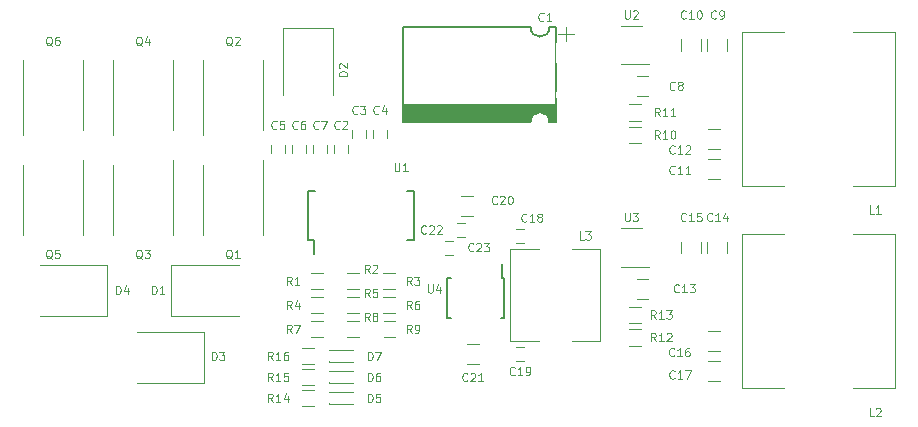
<source format=gbr>
G04 #@! TF.FileFunction,Legend,Top*
%FSLAX46Y46*%
G04 Gerber Fmt 4.6, Leading zero omitted, Abs format (unit mm)*
G04 Created by KiCad (PCBNEW 4.0.7) date Tuesday, March 06, 2018 'PMt' 12:34:16 PM*
%MOMM*%
%LPD*%
G01*
G04 APERTURE LIST*
%ADD10C,0.100000*%
%ADD11C,0.120000*%
%ADD12C,0.150000*%
%ADD13R,0.850000X0.900000*%
%ADD14R,1.100000X1.350000*%
%ADD15R,1.350000X1.100000*%
%ADD16R,2.600000X2.400000*%
%ADD17R,2.400000X2.600000*%
%ADD18R,0.900000X0.900000*%
%ADD19R,5.100000X4.600000*%
%ADD20R,0.710000X1.370000*%
%ADD21R,0.710000X1.120000*%
%ADD22R,4.010000X3.910000*%
%ADD23R,0.600000X1.000000*%
%ADD24R,0.500000X1.300000*%
%ADD25R,1.160000X0.750000*%
%ADD26R,2.005000X7.720000*%
%ADD27R,1.700000X1.700000*%
%ADD28C,1.700000*%
%ADD29R,0.900000X0.850000*%
%ADD30R,2.100000X3.100000*%
%ADD31R,0.400000X1.500000*%
%ADD32R,2.950000X1.750000*%
G04 APERTURE END LIST*
D10*
D11*
X85944000Y-105822000D02*
X85944000Y-106522000D01*
X84744000Y-106522000D02*
X84744000Y-105822000D01*
X87468000Y-104552000D02*
X87468000Y-105252000D01*
X86268000Y-105252000D02*
X86268000Y-104552000D01*
X89246000Y-104552000D02*
X89246000Y-105252000D01*
X88046000Y-105252000D02*
X88046000Y-104552000D01*
X79410000Y-106522000D02*
X79410000Y-105822000D01*
X80610000Y-105822000D02*
X80610000Y-106522000D01*
X81188000Y-106522000D02*
X81188000Y-105822000D01*
X82388000Y-105822000D02*
X82388000Y-106522000D01*
X82966000Y-106522000D02*
X82966000Y-105822000D01*
X84166000Y-105822000D02*
X84166000Y-106522000D01*
X111371000Y-99988000D02*
X110371000Y-99988000D01*
X110371000Y-101688000D02*
X111371000Y-101688000D01*
X118071000Y-97845500D02*
X118071000Y-96845500D01*
X116371000Y-96845500D02*
X116371000Y-97845500D01*
X115848500Y-97845500D02*
X115848500Y-96845500D01*
X114148500Y-96845500D02*
X114148500Y-97845500D01*
X116403500Y-108673000D02*
X117403500Y-108673000D01*
X117403500Y-106973000D02*
X116403500Y-106973000D01*
X116403500Y-106133000D02*
X117403500Y-106133000D01*
X117403500Y-104433000D02*
X116403500Y-104433000D01*
X111371000Y-117133000D02*
X110371000Y-117133000D01*
X110371000Y-118833000D02*
X111371000Y-118833000D01*
X118071000Y-114990500D02*
X118071000Y-113990500D01*
X116371000Y-113990500D02*
X116371000Y-114990500D01*
X115848500Y-114990500D02*
X115848500Y-113990500D01*
X114148500Y-113990500D02*
X114148500Y-114990500D01*
X116403500Y-123278000D02*
X117403500Y-123278000D01*
X117403500Y-121578000D02*
X116403500Y-121578000D01*
X116403500Y-125818000D02*
X117403500Y-125818000D01*
X117403500Y-124118000D02*
X116403500Y-124118000D01*
X96000000Y-124350000D02*
X97000000Y-124350000D01*
X97000000Y-122650000D02*
X96000000Y-122650000D01*
X70990000Y-115960000D02*
X70990000Y-120260000D01*
X70990000Y-120260000D02*
X76690000Y-120260000D01*
X70990000Y-115960000D02*
X76690000Y-115960000D01*
X84700000Y-95900000D02*
X80400000Y-95900000D01*
X80400000Y-95900000D02*
X80400000Y-101600000D01*
X84700000Y-95900000D02*
X84700000Y-101600000D01*
X73790000Y-125975000D02*
X73790000Y-121675000D01*
X73790000Y-121675000D02*
X68090000Y-121675000D01*
X73790000Y-125975000D02*
X68090000Y-125975000D01*
X65535000Y-120260000D02*
X65535000Y-115960000D01*
X65535000Y-115960000D02*
X59835000Y-115960000D01*
X65535000Y-120260000D02*
X59835000Y-120260000D01*
X84298000Y-124976000D02*
X84298000Y-125976000D01*
X84298000Y-125976000D02*
X86398000Y-125976000D01*
X84298000Y-124976000D02*
X86398000Y-124976000D01*
X84298000Y-123198000D02*
X84298000Y-124198000D01*
X84298000Y-124198000D02*
X86398000Y-124198000D01*
X84298000Y-123198000D02*
X86398000Y-123198000D01*
X122893500Y-96243000D02*
X119293500Y-96243000D01*
X119293500Y-96243000D02*
X119293500Y-109243000D01*
X119293500Y-109243000D02*
X122893500Y-109243000D01*
X128693500Y-96243000D02*
X132293500Y-96243000D01*
X132293500Y-96243000D02*
X132293500Y-109243000D01*
X132293500Y-109243000D02*
X128693500Y-109243000D01*
X122893500Y-113388000D02*
X119293500Y-113388000D01*
X119293500Y-113388000D02*
X119293500Y-126388000D01*
X119293500Y-126388000D02*
X122893500Y-126388000D01*
X128693500Y-113388000D02*
X132293500Y-113388000D01*
X132293500Y-113388000D02*
X132293500Y-126388000D01*
X132293500Y-126388000D02*
X128693500Y-126388000D01*
X78770000Y-107090000D02*
X78770000Y-113435000D01*
X73630000Y-107545000D02*
X73630000Y-113435000D01*
X73630000Y-105000000D02*
X73630000Y-98655000D01*
X78770000Y-104545000D02*
X78770000Y-98655000D01*
X71150000Y-107090000D02*
X71150000Y-113435000D01*
X66010000Y-107545000D02*
X66010000Y-113435000D01*
X66010000Y-105000000D02*
X66010000Y-98655000D01*
X71150000Y-104545000D02*
X71150000Y-98655000D01*
X63530000Y-107090000D02*
X63530000Y-113435000D01*
X58390000Y-107545000D02*
X58390000Y-113435000D01*
X58390000Y-105000000D02*
X58390000Y-98655000D01*
X63530000Y-104545000D02*
X63530000Y-98655000D01*
X82812000Y-116668000D02*
X83812000Y-116668000D01*
X83812000Y-118028000D02*
X82812000Y-118028000D01*
X86860000Y-118028000D02*
X85860000Y-118028000D01*
X85860000Y-116668000D02*
X86860000Y-116668000D01*
X88930000Y-116668000D02*
X89930000Y-116668000D01*
X89930000Y-118028000D02*
X88930000Y-118028000D01*
X82812000Y-118700000D02*
X83812000Y-118700000D01*
X83812000Y-120060000D02*
X82812000Y-120060000D01*
X86860000Y-120060000D02*
X85860000Y-120060000D01*
X85860000Y-118700000D02*
X86860000Y-118700000D01*
X88908000Y-118700000D02*
X89908000Y-118700000D01*
X89908000Y-120060000D02*
X88908000Y-120060000D01*
X82812000Y-120732000D02*
X83812000Y-120732000D01*
X83812000Y-122092000D02*
X82812000Y-122092000D01*
X86860000Y-122092000D02*
X85860000Y-122092000D01*
X85860000Y-120732000D02*
X86860000Y-120732000D01*
X88960000Y-120732000D02*
X89960000Y-120732000D01*
X89960000Y-122092000D02*
X88960000Y-122092000D01*
X109736000Y-104285500D02*
X110736000Y-104285500D01*
X110736000Y-105645500D02*
X109736000Y-105645500D01*
X110736000Y-103740500D02*
X109736000Y-103740500D01*
X109736000Y-102380500D02*
X110736000Y-102380500D01*
X109736000Y-121430500D02*
X110736000Y-121430500D01*
X110736000Y-122790500D02*
X109736000Y-122790500D01*
X110736000Y-120885500D02*
X109736000Y-120885500D01*
X109736000Y-119525500D02*
X110736000Y-119525500D01*
X82050000Y-126574000D02*
X83050000Y-126574000D01*
X83050000Y-127934000D02*
X82050000Y-127934000D01*
X82050000Y-124796000D02*
X83050000Y-124796000D01*
X83050000Y-126156000D02*
X82050000Y-126156000D01*
X82050000Y-123018000D02*
X83050000Y-123018000D01*
X83050000Y-124378000D02*
X82050000Y-124378000D01*
D12*
X82583500Y-113895000D02*
X83058500Y-113895000D01*
X82583500Y-109745000D02*
X83141000Y-109745000D01*
X91533500Y-109745000D02*
X90976000Y-109745000D01*
X91533500Y-113895000D02*
X90976000Y-113895000D01*
X82583500Y-113895000D02*
X82583500Y-109745000D01*
X91533500Y-113895000D02*
X91533500Y-109745000D01*
X83058500Y-113895000D02*
X83058500Y-115020000D01*
D11*
X110818500Y-95735500D02*
X109018500Y-95735500D01*
X109018500Y-98955500D02*
X111468500Y-98955500D01*
X110818500Y-112880500D02*
X109018500Y-112880500D01*
X109018500Y-116100500D02*
X111468500Y-116100500D01*
X84298000Y-126754000D02*
X84298000Y-127754000D01*
X84298000Y-127754000D02*
X86398000Y-127754000D01*
X84298000Y-126754000D02*
X86398000Y-126754000D01*
D12*
X90594000Y-102444000D02*
X103594000Y-102444000D01*
X103594000Y-102544000D02*
X90594000Y-102544000D01*
X90594000Y-103744000D02*
X101394000Y-103744000D01*
X101394000Y-103544000D02*
X90594000Y-103544000D01*
X90594000Y-103344000D02*
X101494000Y-103344000D01*
X101694000Y-103144000D02*
X90594000Y-103144000D01*
X90594000Y-102744000D02*
X103594000Y-102744000D01*
X103594000Y-102944000D02*
X90594000Y-102944000D01*
X102694000Y-103144000D02*
X103594000Y-103144000D01*
X103594000Y-103344000D02*
X102894000Y-103344000D01*
X102994000Y-103544000D02*
X103594000Y-103544000D01*
X103594000Y-103744000D02*
X102994000Y-103744000D01*
X101394000Y-103644000D02*
X90594000Y-103644000D01*
X103594000Y-103644000D02*
X102994000Y-103644000D01*
X102994000Y-103444000D02*
X103594000Y-103444000D01*
X90594000Y-103444000D02*
X101394000Y-103444000D01*
X101594000Y-103244000D02*
X90594000Y-103244000D01*
X103594000Y-103244000D02*
X102794000Y-103244000D01*
X90594000Y-103044000D02*
X103594000Y-103044000D01*
X103594000Y-102844000D02*
X90594000Y-102844000D01*
X103594000Y-102644000D02*
X90594000Y-102644000D01*
X103594000Y-95844000D02*
X103594000Y-103844000D01*
X90594000Y-95844000D02*
X101394000Y-95844000D01*
X90594000Y-103844000D02*
X90594000Y-95844000D01*
X101394000Y-103844000D02*
X90594000Y-103844000D01*
X102994000Y-103844000D02*
G75*
G03X101394000Y-103844000I-800000J0D01*
G01*
X103594000Y-103844000D02*
X102994000Y-103844000D01*
D11*
X104394000Y-95844000D02*
X104394000Y-97044000D01*
X105044000Y-96444000D02*
X103744000Y-96444000D01*
D12*
X101394000Y-95844000D02*
G75*
G03X102994000Y-95844000I800000J0D01*
G01*
X103594000Y-95844000D02*
X102994000Y-95844000D01*
D11*
X100150000Y-112900000D02*
X100850000Y-112900000D01*
X100850000Y-114100000D02*
X100150000Y-114100000D01*
X100150000Y-122900000D02*
X100850000Y-122900000D01*
X100850000Y-124100000D02*
X100150000Y-124100000D01*
X95500000Y-111850000D02*
X96500000Y-111850000D01*
X96500000Y-110150000D02*
X95500000Y-110150000D01*
X95150000Y-112400000D02*
X95850000Y-112400000D01*
X95850000Y-113600000D02*
X95150000Y-113600000D01*
X94150000Y-113900000D02*
X94850000Y-113900000D01*
X94850000Y-115100000D02*
X94150000Y-115100000D01*
X104900000Y-122400000D02*
X107300000Y-122400000D01*
X107300000Y-122400000D02*
X107300000Y-114600000D01*
X102100000Y-114600000D02*
X99700000Y-114600000D01*
X99700000Y-114600000D02*
X99700000Y-122400000D01*
X99700000Y-122400000D02*
X102100000Y-122400000D01*
X104900000Y-114600000D02*
X107300000Y-114600000D01*
D12*
X99175000Y-117075000D02*
X98950000Y-117075000D01*
X99175000Y-120425000D02*
X98875000Y-120425000D01*
X94325000Y-120425000D02*
X94625000Y-120425000D01*
X94325000Y-117075000D02*
X94625000Y-117075000D01*
X99175000Y-117075000D02*
X99175000Y-120425000D01*
X94325000Y-117075000D02*
X94325000Y-120425000D01*
X98950000Y-117075000D02*
X98950000Y-115850000D01*
D10*
X85227334Y-104390000D02*
X85194000Y-104423333D01*
X85094000Y-104456667D01*
X85027334Y-104456667D01*
X84927334Y-104423333D01*
X84860667Y-104356667D01*
X84827334Y-104290000D01*
X84794000Y-104156667D01*
X84794000Y-104056667D01*
X84827334Y-103923333D01*
X84860667Y-103856667D01*
X84927334Y-103790000D01*
X85027334Y-103756667D01*
X85094000Y-103756667D01*
X85194000Y-103790000D01*
X85227334Y-103823333D01*
X85494000Y-103823333D02*
X85527334Y-103790000D01*
X85594000Y-103756667D01*
X85760667Y-103756667D01*
X85827334Y-103790000D01*
X85860667Y-103823333D01*
X85894000Y-103890000D01*
X85894000Y-103956667D01*
X85860667Y-104056667D01*
X85460667Y-104456667D01*
X85894000Y-104456667D01*
X86751334Y-103120000D02*
X86718000Y-103153333D01*
X86618000Y-103186667D01*
X86551334Y-103186667D01*
X86451334Y-103153333D01*
X86384667Y-103086667D01*
X86351334Y-103020000D01*
X86318000Y-102886667D01*
X86318000Y-102786667D01*
X86351334Y-102653333D01*
X86384667Y-102586667D01*
X86451334Y-102520000D01*
X86551334Y-102486667D01*
X86618000Y-102486667D01*
X86718000Y-102520000D01*
X86751334Y-102553333D01*
X86984667Y-102486667D02*
X87418000Y-102486667D01*
X87184667Y-102753333D01*
X87284667Y-102753333D01*
X87351334Y-102786667D01*
X87384667Y-102820000D01*
X87418000Y-102886667D01*
X87418000Y-103053333D01*
X87384667Y-103120000D01*
X87351334Y-103153333D01*
X87284667Y-103186667D01*
X87084667Y-103186667D01*
X87018000Y-103153333D01*
X86984667Y-103120000D01*
X88529334Y-103120000D02*
X88496000Y-103153333D01*
X88396000Y-103186667D01*
X88329334Y-103186667D01*
X88229334Y-103153333D01*
X88162667Y-103086667D01*
X88129334Y-103020000D01*
X88096000Y-102886667D01*
X88096000Y-102786667D01*
X88129334Y-102653333D01*
X88162667Y-102586667D01*
X88229334Y-102520000D01*
X88329334Y-102486667D01*
X88396000Y-102486667D01*
X88496000Y-102520000D01*
X88529334Y-102553333D01*
X89129334Y-102720000D02*
X89129334Y-103186667D01*
X88962667Y-102453333D02*
X88796000Y-102953333D01*
X89229334Y-102953333D01*
X79893334Y-104390000D02*
X79860000Y-104423333D01*
X79760000Y-104456667D01*
X79693334Y-104456667D01*
X79593334Y-104423333D01*
X79526667Y-104356667D01*
X79493334Y-104290000D01*
X79460000Y-104156667D01*
X79460000Y-104056667D01*
X79493334Y-103923333D01*
X79526667Y-103856667D01*
X79593334Y-103790000D01*
X79693334Y-103756667D01*
X79760000Y-103756667D01*
X79860000Y-103790000D01*
X79893334Y-103823333D01*
X80526667Y-103756667D02*
X80193334Y-103756667D01*
X80160000Y-104090000D01*
X80193334Y-104056667D01*
X80260000Y-104023333D01*
X80426667Y-104023333D01*
X80493334Y-104056667D01*
X80526667Y-104090000D01*
X80560000Y-104156667D01*
X80560000Y-104323333D01*
X80526667Y-104390000D01*
X80493334Y-104423333D01*
X80426667Y-104456667D01*
X80260000Y-104456667D01*
X80193334Y-104423333D01*
X80160000Y-104390000D01*
X81671334Y-104390000D02*
X81638000Y-104423333D01*
X81538000Y-104456667D01*
X81471334Y-104456667D01*
X81371334Y-104423333D01*
X81304667Y-104356667D01*
X81271334Y-104290000D01*
X81238000Y-104156667D01*
X81238000Y-104056667D01*
X81271334Y-103923333D01*
X81304667Y-103856667D01*
X81371334Y-103790000D01*
X81471334Y-103756667D01*
X81538000Y-103756667D01*
X81638000Y-103790000D01*
X81671334Y-103823333D01*
X82271334Y-103756667D02*
X82138000Y-103756667D01*
X82071334Y-103790000D01*
X82038000Y-103823333D01*
X81971334Y-103923333D01*
X81938000Y-104056667D01*
X81938000Y-104323333D01*
X81971334Y-104390000D01*
X82004667Y-104423333D01*
X82071334Y-104456667D01*
X82204667Y-104456667D01*
X82271334Y-104423333D01*
X82304667Y-104390000D01*
X82338000Y-104323333D01*
X82338000Y-104156667D01*
X82304667Y-104090000D01*
X82271334Y-104056667D01*
X82204667Y-104023333D01*
X82071334Y-104023333D01*
X82004667Y-104056667D01*
X81971334Y-104090000D01*
X81938000Y-104156667D01*
X83449334Y-104390000D02*
X83416000Y-104423333D01*
X83316000Y-104456667D01*
X83249334Y-104456667D01*
X83149334Y-104423333D01*
X83082667Y-104356667D01*
X83049334Y-104290000D01*
X83016000Y-104156667D01*
X83016000Y-104056667D01*
X83049334Y-103923333D01*
X83082667Y-103856667D01*
X83149334Y-103790000D01*
X83249334Y-103756667D01*
X83316000Y-103756667D01*
X83416000Y-103790000D01*
X83449334Y-103823333D01*
X83682667Y-103756667D02*
X84149334Y-103756667D01*
X83849334Y-104456667D01*
X113611834Y-101088000D02*
X113578500Y-101121333D01*
X113478500Y-101154667D01*
X113411834Y-101154667D01*
X113311834Y-101121333D01*
X113245167Y-101054667D01*
X113211834Y-100988000D01*
X113178500Y-100854667D01*
X113178500Y-100754667D01*
X113211834Y-100621333D01*
X113245167Y-100554667D01*
X113311834Y-100488000D01*
X113411834Y-100454667D01*
X113478500Y-100454667D01*
X113578500Y-100488000D01*
X113611834Y-100521333D01*
X114011834Y-100754667D02*
X113945167Y-100721333D01*
X113911834Y-100688000D01*
X113878500Y-100621333D01*
X113878500Y-100588000D01*
X113911834Y-100521333D01*
X113945167Y-100488000D01*
X114011834Y-100454667D01*
X114145167Y-100454667D01*
X114211834Y-100488000D01*
X114245167Y-100521333D01*
X114278500Y-100588000D01*
X114278500Y-100621333D01*
X114245167Y-100688000D01*
X114211834Y-100721333D01*
X114145167Y-100754667D01*
X114011834Y-100754667D01*
X113945167Y-100788000D01*
X113911834Y-100821333D01*
X113878500Y-100888000D01*
X113878500Y-101021333D01*
X113911834Y-101088000D01*
X113945167Y-101121333D01*
X114011834Y-101154667D01*
X114145167Y-101154667D01*
X114211834Y-101121333D01*
X114245167Y-101088000D01*
X114278500Y-101021333D01*
X114278500Y-100888000D01*
X114245167Y-100821333D01*
X114211834Y-100788000D01*
X114145167Y-100754667D01*
X117104334Y-95055500D02*
X117071000Y-95088833D01*
X116971000Y-95122167D01*
X116904334Y-95122167D01*
X116804334Y-95088833D01*
X116737667Y-95022167D01*
X116704334Y-94955500D01*
X116671000Y-94822167D01*
X116671000Y-94722167D01*
X116704334Y-94588833D01*
X116737667Y-94522167D01*
X116804334Y-94455500D01*
X116904334Y-94422167D01*
X116971000Y-94422167D01*
X117071000Y-94455500D01*
X117104334Y-94488833D01*
X117437667Y-95122167D02*
X117571000Y-95122167D01*
X117637667Y-95088833D01*
X117671000Y-95055500D01*
X117737667Y-94955500D01*
X117771000Y-94822167D01*
X117771000Y-94555500D01*
X117737667Y-94488833D01*
X117704334Y-94455500D01*
X117637667Y-94422167D01*
X117504334Y-94422167D01*
X117437667Y-94455500D01*
X117404334Y-94488833D01*
X117371000Y-94555500D01*
X117371000Y-94722167D01*
X117404334Y-94788833D01*
X117437667Y-94822167D01*
X117504334Y-94855500D01*
X117637667Y-94855500D01*
X117704334Y-94822167D01*
X117737667Y-94788833D01*
X117771000Y-94722167D01*
X114548500Y-95055500D02*
X114515166Y-95088833D01*
X114415166Y-95122167D01*
X114348500Y-95122167D01*
X114248500Y-95088833D01*
X114181833Y-95022167D01*
X114148500Y-94955500D01*
X114115166Y-94822167D01*
X114115166Y-94722167D01*
X114148500Y-94588833D01*
X114181833Y-94522167D01*
X114248500Y-94455500D01*
X114348500Y-94422167D01*
X114415166Y-94422167D01*
X114515166Y-94455500D01*
X114548500Y-94488833D01*
X115215166Y-95122167D02*
X114815166Y-95122167D01*
X115015166Y-95122167D02*
X115015166Y-94422167D01*
X114948500Y-94522167D01*
X114881833Y-94588833D01*
X114815166Y-94622167D01*
X115648500Y-94422167D02*
X115715167Y-94422167D01*
X115781833Y-94455500D01*
X115815167Y-94488833D01*
X115848500Y-94555500D01*
X115881833Y-94688833D01*
X115881833Y-94855500D01*
X115848500Y-94988833D01*
X115815167Y-95055500D01*
X115781833Y-95088833D01*
X115715167Y-95122167D01*
X115648500Y-95122167D01*
X115581833Y-95088833D01*
X115548500Y-95055500D01*
X115515167Y-94988833D01*
X115481833Y-94855500D01*
X115481833Y-94688833D01*
X115515167Y-94555500D01*
X115548500Y-94488833D01*
X115581833Y-94455500D01*
X115648500Y-94422167D01*
X113596000Y-108200000D02*
X113562666Y-108233333D01*
X113462666Y-108266667D01*
X113396000Y-108266667D01*
X113296000Y-108233333D01*
X113229333Y-108166667D01*
X113196000Y-108100000D01*
X113162666Y-107966667D01*
X113162666Y-107866667D01*
X113196000Y-107733333D01*
X113229333Y-107666667D01*
X113296000Y-107600000D01*
X113396000Y-107566667D01*
X113462666Y-107566667D01*
X113562666Y-107600000D01*
X113596000Y-107633333D01*
X114262666Y-108266667D02*
X113862666Y-108266667D01*
X114062666Y-108266667D02*
X114062666Y-107566667D01*
X113996000Y-107666667D01*
X113929333Y-107733333D01*
X113862666Y-107766667D01*
X114929333Y-108266667D02*
X114529333Y-108266667D01*
X114729333Y-108266667D02*
X114729333Y-107566667D01*
X114662667Y-107666667D01*
X114596000Y-107733333D01*
X114529333Y-107766667D01*
X113596000Y-106485500D02*
X113562666Y-106518833D01*
X113462666Y-106552167D01*
X113396000Y-106552167D01*
X113296000Y-106518833D01*
X113229333Y-106452167D01*
X113196000Y-106385500D01*
X113162666Y-106252167D01*
X113162666Y-106152167D01*
X113196000Y-106018833D01*
X113229333Y-105952167D01*
X113296000Y-105885500D01*
X113396000Y-105852167D01*
X113462666Y-105852167D01*
X113562666Y-105885500D01*
X113596000Y-105918833D01*
X114262666Y-106552167D02*
X113862666Y-106552167D01*
X114062666Y-106552167D02*
X114062666Y-105852167D01*
X113996000Y-105952167D01*
X113929333Y-106018833D01*
X113862666Y-106052167D01*
X114529333Y-105918833D02*
X114562667Y-105885500D01*
X114629333Y-105852167D01*
X114796000Y-105852167D01*
X114862667Y-105885500D01*
X114896000Y-105918833D01*
X114929333Y-105985500D01*
X114929333Y-106052167D01*
X114896000Y-106152167D01*
X114496000Y-106552167D01*
X114929333Y-106552167D01*
X113961000Y-118233000D02*
X113927666Y-118266333D01*
X113827666Y-118299667D01*
X113761000Y-118299667D01*
X113661000Y-118266333D01*
X113594333Y-118199667D01*
X113561000Y-118133000D01*
X113527666Y-117999667D01*
X113527666Y-117899667D01*
X113561000Y-117766333D01*
X113594333Y-117699667D01*
X113661000Y-117633000D01*
X113761000Y-117599667D01*
X113827666Y-117599667D01*
X113927666Y-117633000D01*
X113961000Y-117666333D01*
X114627666Y-118299667D02*
X114227666Y-118299667D01*
X114427666Y-118299667D02*
X114427666Y-117599667D01*
X114361000Y-117699667D01*
X114294333Y-117766333D01*
X114227666Y-117799667D01*
X114861000Y-117599667D02*
X115294333Y-117599667D01*
X115061000Y-117866333D01*
X115161000Y-117866333D01*
X115227667Y-117899667D01*
X115261000Y-117933000D01*
X115294333Y-117999667D01*
X115294333Y-118166333D01*
X115261000Y-118233000D01*
X115227667Y-118266333D01*
X115161000Y-118299667D01*
X114961000Y-118299667D01*
X114894333Y-118266333D01*
X114861000Y-118233000D01*
X116771000Y-112200500D02*
X116737666Y-112233833D01*
X116637666Y-112267167D01*
X116571000Y-112267167D01*
X116471000Y-112233833D01*
X116404333Y-112167167D01*
X116371000Y-112100500D01*
X116337666Y-111967167D01*
X116337666Y-111867167D01*
X116371000Y-111733833D01*
X116404333Y-111667167D01*
X116471000Y-111600500D01*
X116571000Y-111567167D01*
X116637666Y-111567167D01*
X116737666Y-111600500D01*
X116771000Y-111633833D01*
X117437666Y-112267167D02*
X117037666Y-112267167D01*
X117237666Y-112267167D02*
X117237666Y-111567167D01*
X117171000Y-111667167D01*
X117104333Y-111733833D01*
X117037666Y-111767167D01*
X118037667Y-111800500D02*
X118037667Y-112267167D01*
X117871000Y-111533833D02*
X117704333Y-112033833D01*
X118137667Y-112033833D01*
X114548500Y-112200500D02*
X114515166Y-112233833D01*
X114415166Y-112267167D01*
X114348500Y-112267167D01*
X114248500Y-112233833D01*
X114181833Y-112167167D01*
X114148500Y-112100500D01*
X114115166Y-111967167D01*
X114115166Y-111867167D01*
X114148500Y-111733833D01*
X114181833Y-111667167D01*
X114248500Y-111600500D01*
X114348500Y-111567167D01*
X114415166Y-111567167D01*
X114515166Y-111600500D01*
X114548500Y-111633833D01*
X115215166Y-112267167D02*
X114815166Y-112267167D01*
X115015166Y-112267167D02*
X115015166Y-111567167D01*
X114948500Y-111667167D01*
X114881833Y-111733833D01*
X114815166Y-111767167D01*
X115848500Y-111567167D02*
X115515167Y-111567167D01*
X115481833Y-111900500D01*
X115515167Y-111867167D01*
X115581833Y-111833833D01*
X115748500Y-111833833D01*
X115815167Y-111867167D01*
X115848500Y-111900500D01*
X115881833Y-111967167D01*
X115881833Y-112133833D01*
X115848500Y-112200500D01*
X115815167Y-112233833D01*
X115748500Y-112267167D01*
X115581833Y-112267167D01*
X115515167Y-112233833D01*
X115481833Y-112200500D01*
X113548500Y-123630500D02*
X113515166Y-123663833D01*
X113415166Y-123697167D01*
X113348500Y-123697167D01*
X113248500Y-123663833D01*
X113181833Y-123597167D01*
X113148500Y-123530500D01*
X113115166Y-123397167D01*
X113115166Y-123297167D01*
X113148500Y-123163833D01*
X113181833Y-123097167D01*
X113248500Y-123030500D01*
X113348500Y-122997167D01*
X113415166Y-122997167D01*
X113515166Y-123030500D01*
X113548500Y-123063833D01*
X114215166Y-123697167D02*
X113815166Y-123697167D01*
X114015166Y-123697167D02*
X114015166Y-122997167D01*
X113948500Y-123097167D01*
X113881833Y-123163833D01*
X113815166Y-123197167D01*
X114815167Y-122997167D02*
X114681833Y-122997167D01*
X114615167Y-123030500D01*
X114581833Y-123063833D01*
X114515167Y-123163833D01*
X114481833Y-123297167D01*
X114481833Y-123563833D01*
X114515167Y-123630500D01*
X114548500Y-123663833D01*
X114615167Y-123697167D01*
X114748500Y-123697167D01*
X114815167Y-123663833D01*
X114848500Y-123630500D01*
X114881833Y-123563833D01*
X114881833Y-123397167D01*
X114848500Y-123330500D01*
X114815167Y-123297167D01*
X114748500Y-123263833D01*
X114615167Y-123263833D01*
X114548500Y-123297167D01*
X114515167Y-123330500D01*
X114481833Y-123397167D01*
X113596000Y-125535500D02*
X113562666Y-125568833D01*
X113462666Y-125602167D01*
X113396000Y-125602167D01*
X113296000Y-125568833D01*
X113229333Y-125502167D01*
X113196000Y-125435500D01*
X113162666Y-125302167D01*
X113162666Y-125202167D01*
X113196000Y-125068833D01*
X113229333Y-125002167D01*
X113296000Y-124935500D01*
X113396000Y-124902167D01*
X113462666Y-124902167D01*
X113562666Y-124935500D01*
X113596000Y-124968833D01*
X114262666Y-125602167D02*
X113862666Y-125602167D01*
X114062666Y-125602167D02*
X114062666Y-124902167D01*
X113996000Y-125002167D01*
X113929333Y-125068833D01*
X113862666Y-125102167D01*
X114496000Y-124902167D02*
X114962667Y-124902167D01*
X114662667Y-125602167D01*
X96050000Y-125750000D02*
X96016666Y-125783333D01*
X95916666Y-125816667D01*
X95850000Y-125816667D01*
X95750000Y-125783333D01*
X95683333Y-125716667D01*
X95650000Y-125650000D01*
X95616666Y-125516667D01*
X95616666Y-125416667D01*
X95650000Y-125283333D01*
X95683333Y-125216667D01*
X95750000Y-125150000D01*
X95850000Y-125116667D01*
X95916666Y-125116667D01*
X96016666Y-125150000D01*
X96050000Y-125183333D01*
X96316666Y-125183333D02*
X96350000Y-125150000D01*
X96416666Y-125116667D01*
X96583333Y-125116667D01*
X96650000Y-125150000D01*
X96683333Y-125183333D01*
X96716666Y-125250000D01*
X96716666Y-125316667D01*
X96683333Y-125416667D01*
X96283333Y-125816667D01*
X96716666Y-125816667D01*
X97383333Y-125816667D02*
X96983333Y-125816667D01*
X97183333Y-125816667D02*
X97183333Y-125116667D01*
X97116667Y-125216667D01*
X97050000Y-125283333D01*
X96983333Y-125316667D01*
X69333334Y-118426667D02*
X69333334Y-117726667D01*
X69500000Y-117726667D01*
X69600000Y-117760000D01*
X69666667Y-117826667D01*
X69700000Y-117893333D01*
X69733334Y-118026667D01*
X69733334Y-118126667D01*
X69700000Y-118260000D01*
X69666667Y-118326667D01*
X69600000Y-118393333D01*
X69500000Y-118426667D01*
X69333334Y-118426667D01*
X70400000Y-118426667D02*
X70000000Y-118426667D01*
X70200000Y-118426667D02*
X70200000Y-117726667D01*
X70133334Y-117826667D01*
X70066667Y-117893333D01*
X70000000Y-117926667D01*
X85866667Y-99966666D02*
X85166667Y-99966666D01*
X85166667Y-99800000D01*
X85200000Y-99700000D01*
X85266667Y-99633333D01*
X85333333Y-99600000D01*
X85466667Y-99566666D01*
X85566667Y-99566666D01*
X85700000Y-99600000D01*
X85766667Y-99633333D01*
X85833333Y-99700000D01*
X85866667Y-99800000D01*
X85866667Y-99966666D01*
X85233333Y-99300000D02*
X85200000Y-99266666D01*
X85166667Y-99200000D01*
X85166667Y-99033333D01*
X85200000Y-98966666D01*
X85233333Y-98933333D01*
X85300000Y-98900000D01*
X85366667Y-98900000D01*
X85466667Y-98933333D01*
X85866667Y-99333333D01*
X85866667Y-98900000D01*
X74413334Y-124014667D02*
X74413334Y-123314667D01*
X74580000Y-123314667D01*
X74680000Y-123348000D01*
X74746667Y-123414667D01*
X74780000Y-123481333D01*
X74813334Y-123614667D01*
X74813334Y-123714667D01*
X74780000Y-123848000D01*
X74746667Y-123914667D01*
X74680000Y-123981333D01*
X74580000Y-124014667D01*
X74413334Y-124014667D01*
X75046667Y-123314667D02*
X75480000Y-123314667D01*
X75246667Y-123581333D01*
X75346667Y-123581333D01*
X75413334Y-123614667D01*
X75446667Y-123648000D01*
X75480000Y-123714667D01*
X75480000Y-123881333D01*
X75446667Y-123948000D01*
X75413334Y-123981333D01*
X75346667Y-124014667D01*
X75146667Y-124014667D01*
X75080000Y-123981333D01*
X75046667Y-123948000D01*
X66285334Y-118426667D02*
X66285334Y-117726667D01*
X66452000Y-117726667D01*
X66552000Y-117760000D01*
X66618667Y-117826667D01*
X66652000Y-117893333D01*
X66685334Y-118026667D01*
X66685334Y-118126667D01*
X66652000Y-118260000D01*
X66618667Y-118326667D01*
X66552000Y-118393333D01*
X66452000Y-118426667D01*
X66285334Y-118426667D01*
X67285334Y-117960000D02*
X67285334Y-118426667D01*
X67118667Y-117693333D02*
X66952000Y-118193333D01*
X67385334Y-118193333D01*
X87621334Y-125792667D02*
X87621334Y-125092667D01*
X87788000Y-125092667D01*
X87888000Y-125126000D01*
X87954667Y-125192667D01*
X87988000Y-125259333D01*
X88021334Y-125392667D01*
X88021334Y-125492667D01*
X87988000Y-125626000D01*
X87954667Y-125692667D01*
X87888000Y-125759333D01*
X87788000Y-125792667D01*
X87621334Y-125792667D01*
X88621334Y-125092667D02*
X88488000Y-125092667D01*
X88421334Y-125126000D01*
X88388000Y-125159333D01*
X88321334Y-125259333D01*
X88288000Y-125392667D01*
X88288000Y-125659333D01*
X88321334Y-125726000D01*
X88354667Y-125759333D01*
X88421334Y-125792667D01*
X88554667Y-125792667D01*
X88621334Y-125759333D01*
X88654667Y-125726000D01*
X88688000Y-125659333D01*
X88688000Y-125492667D01*
X88654667Y-125426000D01*
X88621334Y-125392667D01*
X88554667Y-125359333D01*
X88421334Y-125359333D01*
X88354667Y-125392667D01*
X88321334Y-125426000D01*
X88288000Y-125492667D01*
X87621334Y-124014667D02*
X87621334Y-123314667D01*
X87788000Y-123314667D01*
X87888000Y-123348000D01*
X87954667Y-123414667D01*
X87988000Y-123481333D01*
X88021334Y-123614667D01*
X88021334Y-123714667D01*
X87988000Y-123848000D01*
X87954667Y-123914667D01*
X87888000Y-123981333D01*
X87788000Y-124014667D01*
X87621334Y-124014667D01*
X88254667Y-123314667D02*
X88721334Y-123314667D01*
X88421334Y-124014667D01*
X130439333Y-111632167D02*
X130106000Y-111632167D01*
X130106000Y-110932167D01*
X131039333Y-111632167D02*
X130639333Y-111632167D01*
X130839333Y-111632167D02*
X130839333Y-110932167D01*
X130772667Y-111032167D01*
X130706000Y-111098833D01*
X130639333Y-111132167D01*
X130439333Y-128777167D02*
X130106000Y-128777167D01*
X130106000Y-128077167D01*
X130639333Y-128143833D02*
X130672667Y-128110500D01*
X130739333Y-128077167D01*
X130906000Y-128077167D01*
X130972667Y-128110500D01*
X131006000Y-128143833D01*
X131039333Y-128210500D01*
X131039333Y-128277167D01*
X131006000Y-128377167D01*
X130606000Y-128777167D01*
X131039333Y-128777167D01*
X76133333Y-115445333D02*
X76066667Y-115412000D01*
X76000000Y-115345333D01*
X75900000Y-115245333D01*
X75833333Y-115212000D01*
X75766667Y-115212000D01*
X75800000Y-115378667D02*
X75733333Y-115345333D01*
X75666667Y-115278667D01*
X75633333Y-115145333D01*
X75633333Y-114912000D01*
X75666667Y-114778667D01*
X75733333Y-114712000D01*
X75800000Y-114678667D01*
X75933333Y-114678667D01*
X76000000Y-114712000D01*
X76066667Y-114778667D01*
X76100000Y-114912000D01*
X76100000Y-115145333D01*
X76066667Y-115278667D01*
X76000000Y-115345333D01*
X75933333Y-115378667D01*
X75800000Y-115378667D01*
X76766666Y-115378667D02*
X76366666Y-115378667D01*
X76566666Y-115378667D02*
X76566666Y-114678667D01*
X76500000Y-114778667D01*
X76433333Y-114845333D01*
X76366666Y-114878667D01*
X76133333Y-97411333D02*
X76066667Y-97378000D01*
X76000000Y-97311333D01*
X75900000Y-97211333D01*
X75833333Y-97178000D01*
X75766667Y-97178000D01*
X75800000Y-97344667D02*
X75733333Y-97311333D01*
X75666667Y-97244667D01*
X75633333Y-97111333D01*
X75633333Y-96878000D01*
X75666667Y-96744667D01*
X75733333Y-96678000D01*
X75800000Y-96644667D01*
X75933333Y-96644667D01*
X76000000Y-96678000D01*
X76066667Y-96744667D01*
X76100000Y-96878000D01*
X76100000Y-97111333D01*
X76066667Y-97244667D01*
X76000000Y-97311333D01*
X75933333Y-97344667D01*
X75800000Y-97344667D01*
X76366666Y-96711333D02*
X76400000Y-96678000D01*
X76466666Y-96644667D01*
X76633333Y-96644667D01*
X76700000Y-96678000D01*
X76733333Y-96711333D01*
X76766666Y-96778000D01*
X76766666Y-96844667D01*
X76733333Y-96944667D01*
X76333333Y-97344667D01*
X76766666Y-97344667D01*
X68513333Y-115445333D02*
X68446667Y-115412000D01*
X68380000Y-115345333D01*
X68280000Y-115245333D01*
X68213333Y-115212000D01*
X68146667Y-115212000D01*
X68180000Y-115378667D02*
X68113333Y-115345333D01*
X68046667Y-115278667D01*
X68013333Y-115145333D01*
X68013333Y-114912000D01*
X68046667Y-114778667D01*
X68113333Y-114712000D01*
X68180000Y-114678667D01*
X68313333Y-114678667D01*
X68380000Y-114712000D01*
X68446667Y-114778667D01*
X68480000Y-114912000D01*
X68480000Y-115145333D01*
X68446667Y-115278667D01*
X68380000Y-115345333D01*
X68313333Y-115378667D01*
X68180000Y-115378667D01*
X68713333Y-114678667D02*
X69146666Y-114678667D01*
X68913333Y-114945333D01*
X69013333Y-114945333D01*
X69080000Y-114978667D01*
X69113333Y-115012000D01*
X69146666Y-115078667D01*
X69146666Y-115245333D01*
X69113333Y-115312000D01*
X69080000Y-115345333D01*
X69013333Y-115378667D01*
X68813333Y-115378667D01*
X68746666Y-115345333D01*
X68713333Y-115312000D01*
X68513333Y-97411333D02*
X68446667Y-97378000D01*
X68380000Y-97311333D01*
X68280000Y-97211333D01*
X68213333Y-97178000D01*
X68146667Y-97178000D01*
X68180000Y-97344667D02*
X68113333Y-97311333D01*
X68046667Y-97244667D01*
X68013333Y-97111333D01*
X68013333Y-96878000D01*
X68046667Y-96744667D01*
X68113333Y-96678000D01*
X68180000Y-96644667D01*
X68313333Y-96644667D01*
X68380000Y-96678000D01*
X68446667Y-96744667D01*
X68480000Y-96878000D01*
X68480000Y-97111333D01*
X68446667Y-97244667D01*
X68380000Y-97311333D01*
X68313333Y-97344667D01*
X68180000Y-97344667D01*
X69080000Y-96878000D02*
X69080000Y-97344667D01*
X68913333Y-96611333D02*
X68746666Y-97111333D01*
X69180000Y-97111333D01*
X60893333Y-115445333D02*
X60826667Y-115412000D01*
X60760000Y-115345333D01*
X60660000Y-115245333D01*
X60593333Y-115212000D01*
X60526667Y-115212000D01*
X60560000Y-115378667D02*
X60493333Y-115345333D01*
X60426667Y-115278667D01*
X60393333Y-115145333D01*
X60393333Y-114912000D01*
X60426667Y-114778667D01*
X60493333Y-114712000D01*
X60560000Y-114678667D01*
X60693333Y-114678667D01*
X60760000Y-114712000D01*
X60826667Y-114778667D01*
X60860000Y-114912000D01*
X60860000Y-115145333D01*
X60826667Y-115278667D01*
X60760000Y-115345333D01*
X60693333Y-115378667D01*
X60560000Y-115378667D01*
X61493333Y-114678667D02*
X61160000Y-114678667D01*
X61126666Y-115012000D01*
X61160000Y-114978667D01*
X61226666Y-114945333D01*
X61393333Y-114945333D01*
X61460000Y-114978667D01*
X61493333Y-115012000D01*
X61526666Y-115078667D01*
X61526666Y-115245333D01*
X61493333Y-115312000D01*
X61460000Y-115345333D01*
X61393333Y-115378667D01*
X61226666Y-115378667D01*
X61160000Y-115345333D01*
X61126666Y-115312000D01*
X60893333Y-97411333D02*
X60826667Y-97378000D01*
X60760000Y-97311333D01*
X60660000Y-97211333D01*
X60593333Y-97178000D01*
X60526667Y-97178000D01*
X60560000Y-97344667D02*
X60493333Y-97311333D01*
X60426667Y-97244667D01*
X60393333Y-97111333D01*
X60393333Y-96878000D01*
X60426667Y-96744667D01*
X60493333Y-96678000D01*
X60560000Y-96644667D01*
X60693333Y-96644667D01*
X60760000Y-96678000D01*
X60826667Y-96744667D01*
X60860000Y-96878000D01*
X60860000Y-97111333D01*
X60826667Y-97244667D01*
X60760000Y-97311333D01*
X60693333Y-97344667D01*
X60560000Y-97344667D01*
X61460000Y-96644667D02*
X61326666Y-96644667D01*
X61260000Y-96678000D01*
X61226666Y-96711333D01*
X61160000Y-96811333D01*
X61126666Y-96944667D01*
X61126666Y-97211333D01*
X61160000Y-97278000D01*
X61193333Y-97311333D01*
X61260000Y-97344667D01*
X61393333Y-97344667D01*
X61460000Y-97311333D01*
X61493333Y-97278000D01*
X61526666Y-97211333D01*
X61526666Y-97044667D01*
X61493333Y-96978000D01*
X61460000Y-96944667D01*
X61393333Y-96911333D01*
X61260000Y-96911333D01*
X61193333Y-96944667D01*
X61160000Y-96978000D01*
X61126666Y-97044667D01*
X81163334Y-117664667D02*
X80930000Y-117331333D01*
X80763334Y-117664667D02*
X80763334Y-116964667D01*
X81030000Y-116964667D01*
X81096667Y-116998000D01*
X81130000Y-117031333D01*
X81163334Y-117098000D01*
X81163334Y-117198000D01*
X81130000Y-117264667D01*
X81096667Y-117298000D01*
X81030000Y-117331333D01*
X80763334Y-117331333D01*
X81830000Y-117664667D02*
X81430000Y-117664667D01*
X81630000Y-117664667D02*
X81630000Y-116964667D01*
X81563334Y-117064667D01*
X81496667Y-117131333D01*
X81430000Y-117164667D01*
X87767334Y-116648667D02*
X87534000Y-116315333D01*
X87367334Y-116648667D02*
X87367334Y-115948667D01*
X87634000Y-115948667D01*
X87700667Y-115982000D01*
X87734000Y-116015333D01*
X87767334Y-116082000D01*
X87767334Y-116182000D01*
X87734000Y-116248667D01*
X87700667Y-116282000D01*
X87634000Y-116315333D01*
X87367334Y-116315333D01*
X88034000Y-116015333D02*
X88067334Y-115982000D01*
X88134000Y-115948667D01*
X88300667Y-115948667D01*
X88367334Y-115982000D01*
X88400667Y-116015333D01*
X88434000Y-116082000D01*
X88434000Y-116148667D01*
X88400667Y-116248667D01*
X88000667Y-116648667D01*
X88434000Y-116648667D01*
X91323334Y-117664667D02*
X91090000Y-117331333D01*
X90923334Y-117664667D02*
X90923334Y-116964667D01*
X91190000Y-116964667D01*
X91256667Y-116998000D01*
X91290000Y-117031333D01*
X91323334Y-117098000D01*
X91323334Y-117198000D01*
X91290000Y-117264667D01*
X91256667Y-117298000D01*
X91190000Y-117331333D01*
X90923334Y-117331333D01*
X91556667Y-116964667D02*
X91990000Y-116964667D01*
X91756667Y-117231333D01*
X91856667Y-117231333D01*
X91923334Y-117264667D01*
X91956667Y-117298000D01*
X91990000Y-117364667D01*
X91990000Y-117531333D01*
X91956667Y-117598000D01*
X91923334Y-117631333D01*
X91856667Y-117664667D01*
X91656667Y-117664667D01*
X91590000Y-117631333D01*
X91556667Y-117598000D01*
X81163334Y-119696667D02*
X80930000Y-119363333D01*
X80763334Y-119696667D02*
X80763334Y-118996667D01*
X81030000Y-118996667D01*
X81096667Y-119030000D01*
X81130000Y-119063333D01*
X81163334Y-119130000D01*
X81163334Y-119230000D01*
X81130000Y-119296667D01*
X81096667Y-119330000D01*
X81030000Y-119363333D01*
X80763334Y-119363333D01*
X81763334Y-119230000D02*
X81763334Y-119696667D01*
X81596667Y-118963333D02*
X81430000Y-119463333D01*
X81863334Y-119463333D01*
X87767334Y-118680667D02*
X87534000Y-118347333D01*
X87367334Y-118680667D02*
X87367334Y-117980667D01*
X87634000Y-117980667D01*
X87700667Y-118014000D01*
X87734000Y-118047333D01*
X87767334Y-118114000D01*
X87767334Y-118214000D01*
X87734000Y-118280667D01*
X87700667Y-118314000D01*
X87634000Y-118347333D01*
X87367334Y-118347333D01*
X88400667Y-117980667D02*
X88067334Y-117980667D01*
X88034000Y-118314000D01*
X88067334Y-118280667D01*
X88134000Y-118247333D01*
X88300667Y-118247333D01*
X88367334Y-118280667D01*
X88400667Y-118314000D01*
X88434000Y-118380667D01*
X88434000Y-118547333D01*
X88400667Y-118614000D01*
X88367334Y-118647333D01*
X88300667Y-118680667D01*
X88134000Y-118680667D01*
X88067334Y-118647333D01*
X88034000Y-118614000D01*
X91323334Y-119696667D02*
X91090000Y-119363333D01*
X90923334Y-119696667D02*
X90923334Y-118996667D01*
X91190000Y-118996667D01*
X91256667Y-119030000D01*
X91290000Y-119063333D01*
X91323334Y-119130000D01*
X91323334Y-119230000D01*
X91290000Y-119296667D01*
X91256667Y-119330000D01*
X91190000Y-119363333D01*
X90923334Y-119363333D01*
X91923334Y-118996667D02*
X91790000Y-118996667D01*
X91723334Y-119030000D01*
X91690000Y-119063333D01*
X91623334Y-119163333D01*
X91590000Y-119296667D01*
X91590000Y-119563333D01*
X91623334Y-119630000D01*
X91656667Y-119663333D01*
X91723334Y-119696667D01*
X91856667Y-119696667D01*
X91923334Y-119663333D01*
X91956667Y-119630000D01*
X91990000Y-119563333D01*
X91990000Y-119396667D01*
X91956667Y-119330000D01*
X91923334Y-119296667D01*
X91856667Y-119263333D01*
X91723334Y-119263333D01*
X91656667Y-119296667D01*
X91623334Y-119330000D01*
X91590000Y-119396667D01*
X81163334Y-121728667D02*
X80930000Y-121395333D01*
X80763334Y-121728667D02*
X80763334Y-121028667D01*
X81030000Y-121028667D01*
X81096667Y-121062000D01*
X81130000Y-121095333D01*
X81163334Y-121162000D01*
X81163334Y-121262000D01*
X81130000Y-121328667D01*
X81096667Y-121362000D01*
X81030000Y-121395333D01*
X80763334Y-121395333D01*
X81396667Y-121028667D02*
X81863334Y-121028667D01*
X81563334Y-121728667D01*
X87767334Y-120712667D02*
X87534000Y-120379333D01*
X87367334Y-120712667D02*
X87367334Y-120012667D01*
X87634000Y-120012667D01*
X87700667Y-120046000D01*
X87734000Y-120079333D01*
X87767334Y-120146000D01*
X87767334Y-120246000D01*
X87734000Y-120312667D01*
X87700667Y-120346000D01*
X87634000Y-120379333D01*
X87367334Y-120379333D01*
X88167334Y-120312667D02*
X88100667Y-120279333D01*
X88067334Y-120246000D01*
X88034000Y-120179333D01*
X88034000Y-120146000D01*
X88067334Y-120079333D01*
X88100667Y-120046000D01*
X88167334Y-120012667D01*
X88300667Y-120012667D01*
X88367334Y-120046000D01*
X88400667Y-120079333D01*
X88434000Y-120146000D01*
X88434000Y-120179333D01*
X88400667Y-120246000D01*
X88367334Y-120279333D01*
X88300667Y-120312667D01*
X88167334Y-120312667D01*
X88100667Y-120346000D01*
X88067334Y-120379333D01*
X88034000Y-120446000D01*
X88034000Y-120579333D01*
X88067334Y-120646000D01*
X88100667Y-120679333D01*
X88167334Y-120712667D01*
X88300667Y-120712667D01*
X88367334Y-120679333D01*
X88400667Y-120646000D01*
X88434000Y-120579333D01*
X88434000Y-120446000D01*
X88400667Y-120379333D01*
X88367334Y-120346000D01*
X88300667Y-120312667D01*
X91323334Y-121728667D02*
X91090000Y-121395333D01*
X90923334Y-121728667D02*
X90923334Y-121028667D01*
X91190000Y-121028667D01*
X91256667Y-121062000D01*
X91290000Y-121095333D01*
X91323334Y-121162000D01*
X91323334Y-121262000D01*
X91290000Y-121328667D01*
X91256667Y-121362000D01*
X91190000Y-121395333D01*
X90923334Y-121395333D01*
X91656667Y-121728667D02*
X91790000Y-121728667D01*
X91856667Y-121695333D01*
X91890000Y-121662000D01*
X91956667Y-121562000D01*
X91990000Y-121428667D01*
X91990000Y-121162000D01*
X91956667Y-121095333D01*
X91923334Y-121062000D01*
X91856667Y-121028667D01*
X91723334Y-121028667D01*
X91656667Y-121062000D01*
X91623334Y-121095333D01*
X91590000Y-121162000D01*
X91590000Y-121328667D01*
X91623334Y-121395333D01*
X91656667Y-121428667D01*
X91723334Y-121462000D01*
X91856667Y-121462000D01*
X91923334Y-121428667D01*
X91956667Y-121395333D01*
X91990000Y-121328667D01*
X112326000Y-105282167D02*
X112092666Y-104948833D01*
X111926000Y-105282167D02*
X111926000Y-104582167D01*
X112192666Y-104582167D01*
X112259333Y-104615500D01*
X112292666Y-104648833D01*
X112326000Y-104715500D01*
X112326000Y-104815500D01*
X112292666Y-104882167D01*
X112259333Y-104915500D01*
X112192666Y-104948833D01*
X111926000Y-104948833D01*
X112992666Y-105282167D02*
X112592666Y-105282167D01*
X112792666Y-105282167D02*
X112792666Y-104582167D01*
X112726000Y-104682167D01*
X112659333Y-104748833D01*
X112592666Y-104782167D01*
X113426000Y-104582167D02*
X113492667Y-104582167D01*
X113559333Y-104615500D01*
X113592667Y-104648833D01*
X113626000Y-104715500D01*
X113659333Y-104848833D01*
X113659333Y-105015500D01*
X113626000Y-105148833D01*
X113592667Y-105215500D01*
X113559333Y-105248833D01*
X113492667Y-105282167D01*
X113426000Y-105282167D01*
X113359333Y-105248833D01*
X113326000Y-105215500D01*
X113292667Y-105148833D01*
X113259333Y-105015500D01*
X113259333Y-104848833D01*
X113292667Y-104715500D01*
X113326000Y-104648833D01*
X113359333Y-104615500D01*
X113426000Y-104582167D01*
X112326000Y-103377167D02*
X112092666Y-103043833D01*
X111926000Y-103377167D02*
X111926000Y-102677167D01*
X112192666Y-102677167D01*
X112259333Y-102710500D01*
X112292666Y-102743833D01*
X112326000Y-102810500D01*
X112326000Y-102910500D01*
X112292666Y-102977167D01*
X112259333Y-103010500D01*
X112192666Y-103043833D01*
X111926000Y-103043833D01*
X112992666Y-103377167D02*
X112592666Y-103377167D01*
X112792666Y-103377167D02*
X112792666Y-102677167D01*
X112726000Y-102777167D01*
X112659333Y-102843833D01*
X112592666Y-102877167D01*
X113659333Y-103377167D02*
X113259333Y-103377167D01*
X113459333Y-103377167D02*
X113459333Y-102677167D01*
X113392667Y-102777167D01*
X113326000Y-102843833D01*
X113259333Y-102877167D01*
X112008500Y-122427167D02*
X111775166Y-122093833D01*
X111608500Y-122427167D02*
X111608500Y-121727167D01*
X111875166Y-121727167D01*
X111941833Y-121760500D01*
X111975166Y-121793833D01*
X112008500Y-121860500D01*
X112008500Y-121960500D01*
X111975166Y-122027167D01*
X111941833Y-122060500D01*
X111875166Y-122093833D01*
X111608500Y-122093833D01*
X112675166Y-122427167D02*
X112275166Y-122427167D01*
X112475166Y-122427167D02*
X112475166Y-121727167D01*
X112408500Y-121827167D01*
X112341833Y-121893833D01*
X112275166Y-121927167D01*
X112941833Y-121793833D02*
X112975167Y-121760500D01*
X113041833Y-121727167D01*
X113208500Y-121727167D01*
X113275167Y-121760500D01*
X113308500Y-121793833D01*
X113341833Y-121860500D01*
X113341833Y-121927167D01*
X113308500Y-122027167D01*
X112908500Y-122427167D01*
X113341833Y-122427167D01*
X112008500Y-120522167D02*
X111775166Y-120188833D01*
X111608500Y-120522167D02*
X111608500Y-119822167D01*
X111875166Y-119822167D01*
X111941833Y-119855500D01*
X111975166Y-119888833D01*
X112008500Y-119955500D01*
X112008500Y-120055500D01*
X111975166Y-120122167D01*
X111941833Y-120155500D01*
X111875166Y-120188833D01*
X111608500Y-120188833D01*
X112675166Y-120522167D02*
X112275166Y-120522167D01*
X112475166Y-120522167D02*
X112475166Y-119822167D01*
X112408500Y-119922167D01*
X112341833Y-119988833D01*
X112275166Y-120022167D01*
X112908500Y-119822167D02*
X113341833Y-119822167D01*
X113108500Y-120088833D01*
X113208500Y-120088833D01*
X113275167Y-120122167D01*
X113308500Y-120155500D01*
X113341833Y-120222167D01*
X113341833Y-120388833D01*
X113308500Y-120455500D01*
X113275167Y-120488833D01*
X113208500Y-120522167D01*
X113008500Y-120522167D01*
X112941833Y-120488833D01*
X112908500Y-120455500D01*
X79560000Y-127570667D02*
X79326666Y-127237333D01*
X79160000Y-127570667D02*
X79160000Y-126870667D01*
X79426666Y-126870667D01*
X79493333Y-126904000D01*
X79526666Y-126937333D01*
X79560000Y-127004000D01*
X79560000Y-127104000D01*
X79526666Y-127170667D01*
X79493333Y-127204000D01*
X79426666Y-127237333D01*
X79160000Y-127237333D01*
X80226666Y-127570667D02*
X79826666Y-127570667D01*
X80026666Y-127570667D02*
X80026666Y-126870667D01*
X79960000Y-126970667D01*
X79893333Y-127037333D01*
X79826666Y-127070667D01*
X80826667Y-127104000D02*
X80826667Y-127570667D01*
X80660000Y-126837333D02*
X80493333Y-127337333D01*
X80926667Y-127337333D01*
X79560000Y-125792667D02*
X79326666Y-125459333D01*
X79160000Y-125792667D02*
X79160000Y-125092667D01*
X79426666Y-125092667D01*
X79493333Y-125126000D01*
X79526666Y-125159333D01*
X79560000Y-125226000D01*
X79560000Y-125326000D01*
X79526666Y-125392667D01*
X79493333Y-125426000D01*
X79426666Y-125459333D01*
X79160000Y-125459333D01*
X80226666Y-125792667D02*
X79826666Y-125792667D01*
X80026666Y-125792667D02*
X80026666Y-125092667D01*
X79960000Y-125192667D01*
X79893333Y-125259333D01*
X79826666Y-125292667D01*
X80860000Y-125092667D02*
X80526667Y-125092667D01*
X80493333Y-125426000D01*
X80526667Y-125392667D01*
X80593333Y-125359333D01*
X80760000Y-125359333D01*
X80826667Y-125392667D01*
X80860000Y-125426000D01*
X80893333Y-125492667D01*
X80893333Y-125659333D01*
X80860000Y-125726000D01*
X80826667Y-125759333D01*
X80760000Y-125792667D01*
X80593333Y-125792667D01*
X80526667Y-125759333D01*
X80493333Y-125726000D01*
X79560000Y-124014667D02*
X79326666Y-123681333D01*
X79160000Y-124014667D02*
X79160000Y-123314667D01*
X79426666Y-123314667D01*
X79493333Y-123348000D01*
X79526666Y-123381333D01*
X79560000Y-123448000D01*
X79560000Y-123548000D01*
X79526666Y-123614667D01*
X79493333Y-123648000D01*
X79426666Y-123681333D01*
X79160000Y-123681333D01*
X80226666Y-124014667D02*
X79826666Y-124014667D01*
X80026666Y-124014667D02*
X80026666Y-123314667D01*
X79960000Y-123414667D01*
X79893333Y-123481333D01*
X79826666Y-123514667D01*
X80826667Y-123314667D02*
X80693333Y-123314667D01*
X80626667Y-123348000D01*
X80593333Y-123381333D01*
X80526667Y-123481333D01*
X80493333Y-123614667D01*
X80493333Y-123881333D01*
X80526667Y-123948000D01*
X80560000Y-123981333D01*
X80626667Y-124014667D01*
X80760000Y-124014667D01*
X80826667Y-123981333D01*
X80860000Y-123948000D01*
X80893333Y-123881333D01*
X80893333Y-123714667D01*
X80860000Y-123648000D01*
X80826667Y-123614667D01*
X80760000Y-123581333D01*
X80626667Y-123581333D01*
X80560000Y-123614667D01*
X80526667Y-123648000D01*
X80493333Y-123714667D01*
X89890667Y-107312667D02*
X89890667Y-107879333D01*
X89924000Y-107946000D01*
X89957333Y-107979333D01*
X90024000Y-108012667D01*
X90157333Y-108012667D01*
X90224000Y-107979333D01*
X90257333Y-107946000D01*
X90290667Y-107879333D01*
X90290667Y-107312667D01*
X90990666Y-108012667D02*
X90590666Y-108012667D01*
X90790666Y-108012667D02*
X90790666Y-107312667D01*
X90724000Y-107412667D01*
X90657333Y-107479333D01*
X90590666Y-107512667D01*
X109385167Y-94422167D02*
X109385167Y-94988833D01*
X109418500Y-95055500D01*
X109451833Y-95088833D01*
X109518500Y-95122167D01*
X109651833Y-95122167D01*
X109718500Y-95088833D01*
X109751833Y-95055500D01*
X109785167Y-94988833D01*
X109785167Y-94422167D01*
X110085166Y-94488833D02*
X110118500Y-94455500D01*
X110185166Y-94422167D01*
X110351833Y-94422167D01*
X110418500Y-94455500D01*
X110451833Y-94488833D01*
X110485166Y-94555500D01*
X110485166Y-94622167D01*
X110451833Y-94722167D01*
X110051833Y-95122167D01*
X110485166Y-95122167D01*
X109385167Y-111567167D02*
X109385167Y-112133833D01*
X109418500Y-112200500D01*
X109451833Y-112233833D01*
X109518500Y-112267167D01*
X109651833Y-112267167D01*
X109718500Y-112233833D01*
X109751833Y-112200500D01*
X109785167Y-112133833D01*
X109785167Y-111567167D01*
X110051833Y-111567167D02*
X110485166Y-111567167D01*
X110251833Y-111833833D01*
X110351833Y-111833833D01*
X110418500Y-111867167D01*
X110451833Y-111900500D01*
X110485166Y-111967167D01*
X110485166Y-112133833D01*
X110451833Y-112200500D01*
X110418500Y-112233833D01*
X110351833Y-112267167D01*
X110151833Y-112267167D01*
X110085166Y-112233833D01*
X110051833Y-112200500D01*
X87621334Y-127570667D02*
X87621334Y-126870667D01*
X87788000Y-126870667D01*
X87888000Y-126904000D01*
X87954667Y-126970667D01*
X87988000Y-127037333D01*
X88021334Y-127170667D01*
X88021334Y-127270667D01*
X87988000Y-127404000D01*
X87954667Y-127470667D01*
X87888000Y-127537333D01*
X87788000Y-127570667D01*
X87621334Y-127570667D01*
X88654667Y-126870667D02*
X88321334Y-126870667D01*
X88288000Y-127204000D01*
X88321334Y-127170667D01*
X88388000Y-127137333D01*
X88554667Y-127137333D01*
X88621334Y-127170667D01*
X88654667Y-127204000D01*
X88688000Y-127270667D01*
X88688000Y-127437333D01*
X88654667Y-127504000D01*
X88621334Y-127537333D01*
X88554667Y-127570667D01*
X88388000Y-127570667D01*
X88321334Y-127537333D01*
X88288000Y-127504000D01*
X102499334Y-95246000D02*
X102466000Y-95279333D01*
X102366000Y-95312667D01*
X102299334Y-95312667D01*
X102199334Y-95279333D01*
X102132667Y-95212667D01*
X102099334Y-95146000D01*
X102066000Y-95012667D01*
X102066000Y-94912667D01*
X102099334Y-94779333D01*
X102132667Y-94712667D01*
X102199334Y-94646000D01*
X102299334Y-94612667D01*
X102366000Y-94612667D01*
X102466000Y-94646000D01*
X102499334Y-94679333D01*
X103166000Y-95312667D02*
X102766000Y-95312667D01*
X102966000Y-95312667D02*
X102966000Y-94612667D01*
X102899334Y-94712667D01*
X102832667Y-94779333D01*
X102766000Y-94812667D01*
X101050000Y-112250000D02*
X101016666Y-112283333D01*
X100916666Y-112316667D01*
X100850000Y-112316667D01*
X100750000Y-112283333D01*
X100683333Y-112216667D01*
X100650000Y-112150000D01*
X100616666Y-112016667D01*
X100616666Y-111916667D01*
X100650000Y-111783333D01*
X100683333Y-111716667D01*
X100750000Y-111650000D01*
X100850000Y-111616667D01*
X100916666Y-111616667D01*
X101016666Y-111650000D01*
X101050000Y-111683333D01*
X101716666Y-112316667D02*
X101316666Y-112316667D01*
X101516666Y-112316667D02*
X101516666Y-111616667D01*
X101450000Y-111716667D01*
X101383333Y-111783333D01*
X101316666Y-111816667D01*
X102116667Y-111916667D02*
X102050000Y-111883333D01*
X102016667Y-111850000D01*
X101983333Y-111783333D01*
X101983333Y-111750000D01*
X102016667Y-111683333D01*
X102050000Y-111650000D01*
X102116667Y-111616667D01*
X102250000Y-111616667D01*
X102316667Y-111650000D01*
X102350000Y-111683333D01*
X102383333Y-111750000D01*
X102383333Y-111783333D01*
X102350000Y-111850000D01*
X102316667Y-111883333D01*
X102250000Y-111916667D01*
X102116667Y-111916667D01*
X102050000Y-111950000D01*
X102016667Y-111983333D01*
X101983333Y-112050000D01*
X101983333Y-112183333D01*
X102016667Y-112250000D01*
X102050000Y-112283333D01*
X102116667Y-112316667D01*
X102250000Y-112316667D01*
X102316667Y-112283333D01*
X102350000Y-112250000D01*
X102383333Y-112183333D01*
X102383333Y-112050000D01*
X102350000Y-111983333D01*
X102316667Y-111950000D01*
X102250000Y-111916667D01*
X100050000Y-125250000D02*
X100016666Y-125283333D01*
X99916666Y-125316667D01*
X99850000Y-125316667D01*
X99750000Y-125283333D01*
X99683333Y-125216667D01*
X99650000Y-125150000D01*
X99616666Y-125016667D01*
X99616666Y-124916667D01*
X99650000Y-124783333D01*
X99683333Y-124716667D01*
X99750000Y-124650000D01*
X99850000Y-124616667D01*
X99916666Y-124616667D01*
X100016666Y-124650000D01*
X100050000Y-124683333D01*
X100716666Y-125316667D02*
X100316666Y-125316667D01*
X100516666Y-125316667D02*
X100516666Y-124616667D01*
X100450000Y-124716667D01*
X100383333Y-124783333D01*
X100316666Y-124816667D01*
X101050000Y-125316667D02*
X101183333Y-125316667D01*
X101250000Y-125283333D01*
X101283333Y-125250000D01*
X101350000Y-125150000D01*
X101383333Y-125016667D01*
X101383333Y-124750000D01*
X101350000Y-124683333D01*
X101316667Y-124650000D01*
X101250000Y-124616667D01*
X101116667Y-124616667D01*
X101050000Y-124650000D01*
X101016667Y-124683333D01*
X100983333Y-124750000D01*
X100983333Y-124916667D01*
X101016667Y-124983333D01*
X101050000Y-125016667D01*
X101116667Y-125050000D01*
X101250000Y-125050000D01*
X101316667Y-125016667D01*
X101350000Y-124983333D01*
X101383333Y-124916667D01*
X98550000Y-110750000D02*
X98516666Y-110783333D01*
X98416666Y-110816667D01*
X98350000Y-110816667D01*
X98250000Y-110783333D01*
X98183333Y-110716667D01*
X98150000Y-110650000D01*
X98116666Y-110516667D01*
X98116666Y-110416667D01*
X98150000Y-110283333D01*
X98183333Y-110216667D01*
X98250000Y-110150000D01*
X98350000Y-110116667D01*
X98416666Y-110116667D01*
X98516666Y-110150000D01*
X98550000Y-110183333D01*
X98816666Y-110183333D02*
X98850000Y-110150000D01*
X98916666Y-110116667D01*
X99083333Y-110116667D01*
X99150000Y-110150000D01*
X99183333Y-110183333D01*
X99216666Y-110250000D01*
X99216666Y-110316667D01*
X99183333Y-110416667D01*
X98783333Y-110816667D01*
X99216666Y-110816667D01*
X99650000Y-110116667D02*
X99716667Y-110116667D01*
X99783333Y-110150000D01*
X99816667Y-110183333D01*
X99850000Y-110250000D01*
X99883333Y-110383333D01*
X99883333Y-110550000D01*
X99850000Y-110683333D01*
X99816667Y-110750000D01*
X99783333Y-110783333D01*
X99716667Y-110816667D01*
X99650000Y-110816667D01*
X99583333Y-110783333D01*
X99550000Y-110750000D01*
X99516667Y-110683333D01*
X99483333Y-110550000D01*
X99483333Y-110383333D01*
X99516667Y-110250000D01*
X99550000Y-110183333D01*
X99583333Y-110150000D01*
X99650000Y-110116667D01*
X92550000Y-113250000D02*
X92516666Y-113283333D01*
X92416666Y-113316667D01*
X92350000Y-113316667D01*
X92250000Y-113283333D01*
X92183333Y-113216667D01*
X92150000Y-113150000D01*
X92116666Y-113016667D01*
X92116666Y-112916667D01*
X92150000Y-112783333D01*
X92183333Y-112716667D01*
X92250000Y-112650000D01*
X92350000Y-112616667D01*
X92416666Y-112616667D01*
X92516666Y-112650000D01*
X92550000Y-112683333D01*
X92816666Y-112683333D02*
X92850000Y-112650000D01*
X92916666Y-112616667D01*
X93083333Y-112616667D01*
X93150000Y-112650000D01*
X93183333Y-112683333D01*
X93216666Y-112750000D01*
X93216666Y-112816667D01*
X93183333Y-112916667D01*
X92783333Y-113316667D01*
X93216666Y-113316667D01*
X93483333Y-112683333D02*
X93516667Y-112650000D01*
X93583333Y-112616667D01*
X93750000Y-112616667D01*
X93816667Y-112650000D01*
X93850000Y-112683333D01*
X93883333Y-112750000D01*
X93883333Y-112816667D01*
X93850000Y-112916667D01*
X93450000Y-113316667D01*
X93883333Y-113316667D01*
X96550000Y-114750000D02*
X96516666Y-114783333D01*
X96416666Y-114816667D01*
X96350000Y-114816667D01*
X96250000Y-114783333D01*
X96183333Y-114716667D01*
X96150000Y-114650000D01*
X96116666Y-114516667D01*
X96116666Y-114416667D01*
X96150000Y-114283333D01*
X96183333Y-114216667D01*
X96250000Y-114150000D01*
X96350000Y-114116667D01*
X96416666Y-114116667D01*
X96516666Y-114150000D01*
X96550000Y-114183333D01*
X96816666Y-114183333D02*
X96850000Y-114150000D01*
X96916666Y-114116667D01*
X97083333Y-114116667D01*
X97150000Y-114150000D01*
X97183333Y-114183333D01*
X97216666Y-114250000D01*
X97216666Y-114316667D01*
X97183333Y-114416667D01*
X96783333Y-114816667D01*
X97216666Y-114816667D01*
X97450000Y-114116667D02*
X97883333Y-114116667D01*
X97650000Y-114383333D01*
X97750000Y-114383333D01*
X97816667Y-114416667D01*
X97850000Y-114450000D01*
X97883333Y-114516667D01*
X97883333Y-114683333D01*
X97850000Y-114750000D01*
X97816667Y-114783333D01*
X97750000Y-114816667D01*
X97550000Y-114816667D01*
X97483333Y-114783333D01*
X97450000Y-114750000D01*
X105883333Y-113816667D02*
X105550000Y-113816667D01*
X105550000Y-113116667D01*
X106050000Y-113116667D02*
X106483333Y-113116667D01*
X106250000Y-113383333D01*
X106350000Y-113383333D01*
X106416667Y-113416667D01*
X106450000Y-113450000D01*
X106483333Y-113516667D01*
X106483333Y-113683333D01*
X106450000Y-113750000D01*
X106416667Y-113783333D01*
X106350000Y-113816667D01*
X106150000Y-113816667D01*
X106083333Y-113783333D01*
X106050000Y-113750000D01*
X92716667Y-117616667D02*
X92716667Y-118183333D01*
X92750000Y-118250000D01*
X92783333Y-118283333D01*
X92850000Y-118316667D01*
X92983333Y-118316667D01*
X93050000Y-118283333D01*
X93083333Y-118250000D01*
X93116667Y-118183333D01*
X93116667Y-117616667D01*
X93750000Y-117850000D02*
X93750000Y-118316667D01*
X93583333Y-117583333D02*
X93416666Y-118083333D01*
X93850000Y-118083333D01*
%LPC*%
D13*
X85344000Y-105422000D03*
X85344000Y-106922000D03*
X86868000Y-104152000D03*
X86868000Y-105652000D03*
X88646000Y-104152000D03*
X88646000Y-105652000D03*
X80010000Y-106922000D03*
X80010000Y-105422000D03*
X81788000Y-106922000D03*
X81788000Y-105422000D03*
X83566000Y-106922000D03*
X83566000Y-105422000D03*
D14*
X109871000Y-100838000D03*
X111871000Y-100838000D03*
D15*
X117221000Y-96345500D03*
X117221000Y-98345500D03*
X114998500Y-96345500D03*
X114998500Y-98345500D03*
D14*
X117903500Y-107823000D03*
X115903500Y-107823000D03*
X117903500Y-105283000D03*
X115903500Y-105283000D03*
X109871000Y-117983000D03*
X111871000Y-117983000D03*
D15*
X117221000Y-113490500D03*
X117221000Y-115490500D03*
X114998500Y-113490500D03*
X114998500Y-115490500D03*
D14*
X117903500Y-122428000D03*
X115903500Y-122428000D03*
X117903500Y-124968000D03*
X115903500Y-124968000D03*
X97500000Y-123500000D03*
X95500000Y-123500000D03*
D16*
X72390000Y-118110000D03*
X76690000Y-118110000D03*
D17*
X82550000Y-97300000D03*
X82550000Y-101600000D03*
D16*
X72390000Y-123825000D03*
X68090000Y-123825000D03*
X64135000Y-118110000D03*
X59835000Y-118110000D03*
D18*
X86398000Y-125476000D03*
X84798000Y-125476000D03*
X86398000Y-123698000D03*
X84798000Y-123698000D03*
D19*
X125793500Y-97493000D03*
X125793500Y-107993000D03*
X125793500Y-114638000D03*
X125793500Y-125138000D03*
D20*
X78105000Y-107820000D03*
X76835000Y-107820000D03*
X75565000Y-107820000D03*
X74295000Y-107820000D03*
D21*
X74295000Y-113285000D03*
X75565000Y-113285000D03*
X76835000Y-113285000D03*
X78105000Y-113285000D03*
D22*
X76200000Y-111180000D03*
D20*
X74295000Y-104270000D03*
X75565000Y-104270000D03*
X76835000Y-104270000D03*
X78105000Y-104270000D03*
D21*
X78105000Y-98805000D03*
X76835000Y-98805000D03*
X75565000Y-98805000D03*
X74295000Y-98805000D03*
D22*
X76200000Y-100910000D03*
D20*
X70485000Y-107820000D03*
X69215000Y-107820000D03*
X67945000Y-107820000D03*
X66675000Y-107820000D03*
D21*
X66675000Y-113285000D03*
X67945000Y-113285000D03*
X69215000Y-113285000D03*
X70485000Y-113285000D03*
D22*
X68580000Y-111180000D03*
D20*
X66675000Y-104270000D03*
X67945000Y-104270000D03*
X69215000Y-104270000D03*
X70485000Y-104270000D03*
D21*
X70485000Y-98805000D03*
X69215000Y-98805000D03*
X67945000Y-98805000D03*
X66675000Y-98805000D03*
D22*
X68580000Y-100910000D03*
D20*
X62865000Y-107820000D03*
X61595000Y-107820000D03*
X60325000Y-107820000D03*
X59055000Y-107820000D03*
D21*
X59055000Y-113285000D03*
X60325000Y-113285000D03*
X61595000Y-113285000D03*
X62865000Y-113285000D03*
D22*
X60960000Y-111180000D03*
D20*
X59055000Y-104270000D03*
X60325000Y-104270000D03*
X61595000Y-104270000D03*
X62865000Y-104270000D03*
D21*
X62865000Y-98805000D03*
X61595000Y-98805000D03*
X60325000Y-98805000D03*
X59055000Y-98805000D03*
D22*
X60960000Y-100910000D03*
D23*
X84062000Y-117348000D03*
X82562000Y-117348000D03*
X85610000Y-117348000D03*
X87110000Y-117348000D03*
X90180000Y-117348000D03*
X88680000Y-117348000D03*
X84062000Y-119380000D03*
X82562000Y-119380000D03*
X85610000Y-119380000D03*
X87110000Y-119380000D03*
X90158000Y-119380000D03*
X88658000Y-119380000D03*
X84062000Y-121412000D03*
X82562000Y-121412000D03*
X85610000Y-121412000D03*
X87110000Y-121412000D03*
X90210000Y-121412000D03*
X88710000Y-121412000D03*
X110986000Y-104965500D03*
X109486000Y-104965500D03*
X109486000Y-103060500D03*
X110986000Y-103060500D03*
X110986000Y-122110500D03*
X109486000Y-122110500D03*
X109486000Y-120205500D03*
X110986000Y-120205500D03*
X83300000Y-127254000D03*
X81800000Y-127254000D03*
X83300000Y-125476000D03*
X81800000Y-125476000D03*
X83300000Y-123698000D03*
X81800000Y-123698000D03*
D24*
X83566000Y-114420000D03*
X84201000Y-114420000D03*
X84836000Y-114420000D03*
X85471000Y-114420000D03*
X86106000Y-114420000D03*
X86741000Y-114420000D03*
X87376000Y-114420000D03*
X88011000Y-114420000D03*
X88646000Y-114420000D03*
X89281000Y-114420000D03*
X89916000Y-114420000D03*
X90551000Y-114420000D03*
X90551000Y-109220000D03*
X89916000Y-109220000D03*
X89281000Y-109220000D03*
X88646000Y-109220000D03*
X88011000Y-109220000D03*
X87376000Y-109220000D03*
X86741000Y-109220000D03*
X86106000Y-109220000D03*
X85471000Y-109220000D03*
X84836000Y-109220000D03*
X84201000Y-109220000D03*
X83566000Y-109220000D03*
D25*
X111018500Y-98295500D03*
X111018500Y-97345500D03*
X111018500Y-96395500D03*
X108818500Y-96395500D03*
X108818500Y-98295500D03*
X108818500Y-97345500D03*
X111018500Y-115440500D03*
X111018500Y-114490500D03*
X111018500Y-113540500D03*
X108818500Y-113540500D03*
X108818500Y-115440500D03*
X108818500Y-114490500D03*
D18*
X86398000Y-127254000D03*
X84798000Y-127254000D03*
D26*
X55880000Y-134620000D03*
X58420000Y-134620000D03*
X60960000Y-134620000D03*
X63500000Y-134620000D03*
X66040000Y-134620000D03*
X68580000Y-134620000D03*
X71120000Y-134620000D03*
X73660000Y-134620000D03*
X76200000Y-134620000D03*
X78740000Y-134620000D03*
X88900000Y-134620000D03*
X81280000Y-134620000D03*
X83820000Y-134620000D03*
X86360000Y-134620000D03*
X91440000Y-134620000D03*
D27*
X104394000Y-98044000D03*
D28*
X104394000Y-101544000D03*
D29*
X99750000Y-113500000D03*
X101250000Y-113500000D03*
X99750000Y-123500000D03*
X101250000Y-123500000D03*
D14*
X97000000Y-111000000D03*
X95000000Y-111000000D03*
D29*
X94750000Y-113000000D03*
X96250000Y-113000000D03*
X93750000Y-114500000D03*
X95250000Y-114500000D03*
D30*
X103500000Y-115000000D03*
X103500000Y-122000000D03*
D31*
X98500000Y-116550000D03*
X98000000Y-116550000D03*
X97500000Y-116550000D03*
X97000000Y-116550000D03*
X96500000Y-116550000D03*
X96500000Y-120950000D03*
X97000000Y-120950000D03*
X97500000Y-120950000D03*
X98000000Y-120950000D03*
X98500000Y-120950000D03*
X96000000Y-116550000D03*
X95500000Y-116550000D03*
X95000000Y-116550000D03*
X96000000Y-120950000D03*
X95500000Y-120950000D03*
X95000000Y-120950000D03*
D32*
X96850000Y-118750000D03*
M02*

</source>
